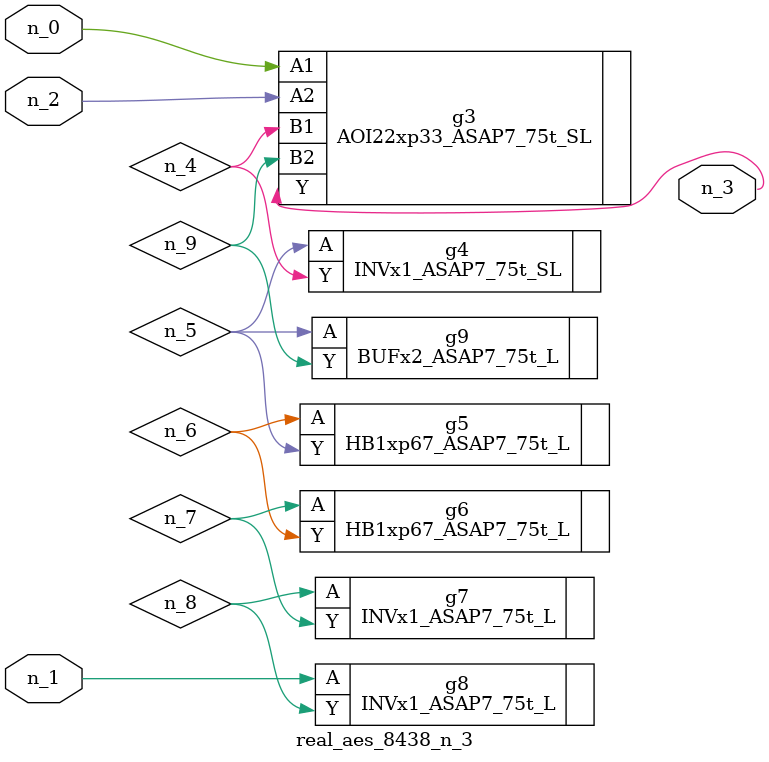
<source format=v>
module real_aes_8438_n_3 (n_0, n_2, n_1, n_3);
input n_0;
input n_2;
input n_1;
output n_3;
wire n_4;
wire n_5;
wire n_7;
wire n_9;
wire n_6;
wire n_8;
AOI22xp33_ASAP7_75t_SL g3 ( .A1(n_0), .A2(n_2), .B1(n_4), .B2(n_9), .Y(n_3) );
INVx1_ASAP7_75t_L g8 ( .A(n_1), .Y(n_8) );
INVx1_ASAP7_75t_SL g4 ( .A(n_5), .Y(n_4) );
BUFx2_ASAP7_75t_L g9 ( .A(n_5), .Y(n_9) );
HB1xp67_ASAP7_75t_L g5 ( .A(n_6), .Y(n_5) );
HB1xp67_ASAP7_75t_L g6 ( .A(n_7), .Y(n_6) );
INVx1_ASAP7_75t_L g7 ( .A(n_8), .Y(n_7) );
endmodule
</source>
